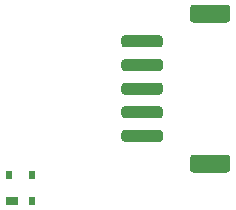
<source format=gtp>
G04 #@! TF.GenerationSoftware,KiCad,Pcbnew,(5.1.9)-1*
G04 #@! TF.CreationDate,2021-08-18T12:55:09-04:00*
G04 #@! TF.ProjectId,si-mips-usb-a-if,73692d6d-6970-4732-9d75-73622d612d69,rev?*
G04 #@! TF.SameCoordinates,Original*
G04 #@! TF.FileFunction,Paste,Top*
G04 #@! TF.FilePolarity,Positive*
%FSLAX46Y46*%
G04 Gerber Fmt 4.6, Leading zero omitted, Abs format (unit mm)*
G04 Created by KiCad (PCBNEW (5.1.9)-1) date 2021-08-18 12:55:09*
%MOMM*%
%LPD*%
G01*
G04 APERTURE LIST*
%ADD10R,1.000000X0.700000*%
%ADD11R,0.600000X0.700000*%
G04 APERTURE END LIST*
G04 #@! TO.C,J2*
G36*
G01*
X114150000Y-71500000D02*
X111150000Y-71500000D01*
G75*
G02*
X110900000Y-71250000I0J250000D01*
G01*
X110900000Y-70750000D01*
G75*
G02*
X111150000Y-70500000I250000J0D01*
G01*
X114150000Y-70500000D01*
G75*
G02*
X114400000Y-70750000I0J-250000D01*
G01*
X114400000Y-71250000D01*
G75*
G02*
X114150000Y-71500000I-250000J0D01*
G01*
G37*
G36*
G01*
X114150000Y-69500000D02*
X111150000Y-69500000D01*
G75*
G02*
X110900000Y-69250000I0J250000D01*
G01*
X110900000Y-68750000D01*
G75*
G02*
X111150000Y-68500000I250000J0D01*
G01*
X114150000Y-68500000D01*
G75*
G02*
X114400000Y-68750000I0J-250000D01*
G01*
X114400000Y-69250000D01*
G75*
G02*
X114150000Y-69500000I-250000J0D01*
G01*
G37*
G36*
G01*
X114150000Y-67500000D02*
X111150000Y-67500000D01*
G75*
G02*
X110900000Y-67250000I0J250000D01*
G01*
X110900000Y-66750000D01*
G75*
G02*
X111150000Y-66500000I250000J0D01*
G01*
X114150000Y-66500000D01*
G75*
G02*
X114400000Y-66750000I0J-250000D01*
G01*
X114400000Y-67250000D01*
G75*
G02*
X114150000Y-67500000I-250000J0D01*
G01*
G37*
G36*
G01*
X114150000Y-65500000D02*
X111150000Y-65500000D01*
G75*
G02*
X110900000Y-65250000I0J250000D01*
G01*
X110900000Y-64750000D01*
G75*
G02*
X111150000Y-64500000I250000J0D01*
G01*
X114150000Y-64500000D01*
G75*
G02*
X114400000Y-64750000I0J-250000D01*
G01*
X114400000Y-65250000D01*
G75*
G02*
X114150000Y-65500000I-250000J0D01*
G01*
G37*
G36*
G01*
X114150000Y-63500000D02*
X111150000Y-63500000D01*
G75*
G02*
X110900000Y-63250000I0J250000D01*
G01*
X110900000Y-62750000D01*
G75*
G02*
X111150000Y-62500000I250000J0D01*
G01*
X114150000Y-62500000D01*
G75*
G02*
X114400000Y-62750000I0J-250000D01*
G01*
X114400000Y-63250000D01*
G75*
G02*
X114150000Y-63500000I-250000J0D01*
G01*
G37*
G36*
G01*
X119850000Y-74100000D02*
X116950000Y-74100000D01*
G75*
G02*
X116700000Y-73850000I0J250000D01*
G01*
X116700000Y-72850000D01*
G75*
G02*
X116950000Y-72600000I250000J0D01*
G01*
X119850000Y-72600000D01*
G75*
G02*
X120100000Y-72850000I0J-250000D01*
G01*
X120100000Y-73850000D01*
G75*
G02*
X119850000Y-74100000I-250000J0D01*
G01*
G37*
G36*
G01*
X119850000Y-61400000D02*
X116950000Y-61400000D01*
G75*
G02*
X116700000Y-61150000I0J250000D01*
G01*
X116700000Y-60150000D01*
G75*
G02*
X116950000Y-59900000I250000J0D01*
G01*
X119850000Y-59900000D01*
G75*
G02*
X120100000Y-60150000I0J-250000D01*
G01*
X120100000Y-61150000D01*
G75*
G02*
X119850000Y-61400000I-250000J0D01*
G01*
G37*
G04 #@! TD*
D10*
G04 #@! TO.C,U1*
X101590000Y-76500000D03*
D11*
X103310000Y-76500000D03*
X103310000Y-74300000D03*
X101410000Y-74300000D03*
G04 #@! TD*
M02*

</source>
